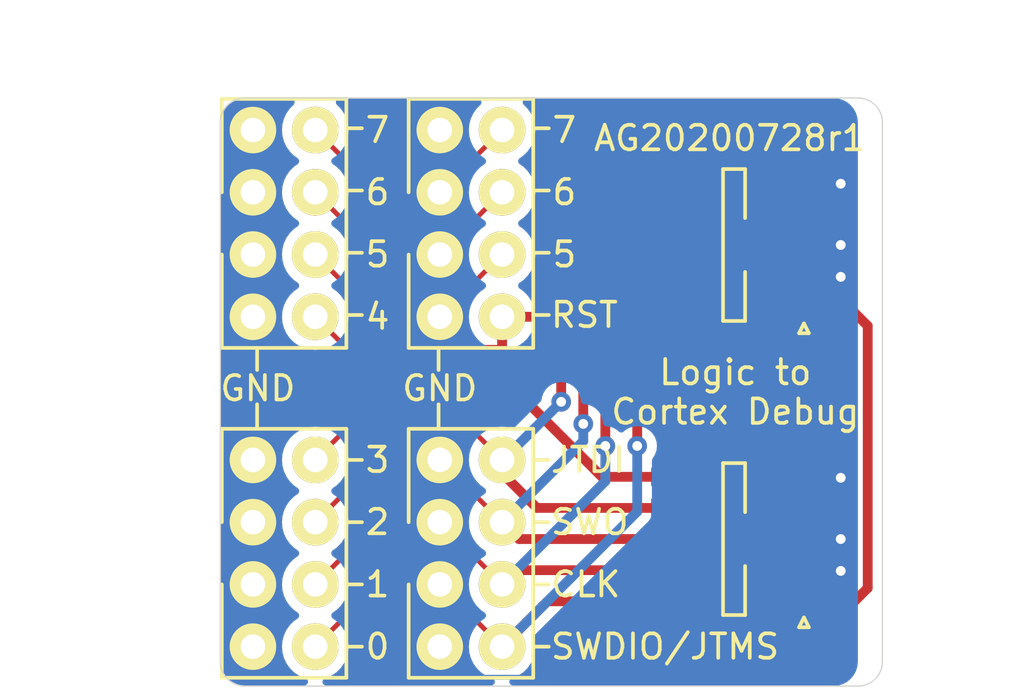
<source format=kicad_pcb>
(kicad_pcb (version 20221018) (generator pcbnew)
  (layers (0 "F.Cu" signal) (31 "B.Cu" signal) (34 "B.Paste" user) (35 "F.Paste" user) (36 "B.SilkS" user "B.Silkscreen") (37 "F.SilkS" user "F.Silkscreen") (38 "B.Mask" user) (39 "F.Mask" user) (44 "Edge.Cuts" user))
  (net 0 "")
  (net 1 "GND")
  (net 2 "/SWDIO")
  (net 3 "/SWCLK")
  (net 4 "/SWO")
  (net 5 "/JTDI")
  (net 6 "/CH7")
  (net 7 "/CH6")
  (net 8 "/CH5")
  (net 9 "/~{RESET}")
  (net 10 "3v3")
  (footprint "agg:DIL-254P-08" (layer "F.Cu") (at 101.6 76.581 -90)
    (fp_text reference "J1")
    (fp_text value "SALEAE_0-3")
    (fp_line (start -5.08 -2.54) (end 5.08 -2.54) (stroke (width 0.15)) (layer "F.SilkS"))
    (fp_line (start -5.08 2.54) (end -5.08 -2.54) (stroke (width 0.15)) (layer "F.SilkS"))
    (fp_line (start -1.27 2.54) (end -5.08 2.54) (stroke (width 0.15)) (layer "F.SilkS"))
    (fp_line (start 5.08 -2.54) (end 5.08 2.54) (stroke (width 0.15)) (layer "F.SilkS"))
    (fp_line (start 5.08 2.54) (end 1.27 2.54) (stroke (width 0.15)) (layer "F.SilkS"))
    (pad "1" thru_hole circle (at -3.81 1.27 270) (size 1.9 1.9) (drill 1) (layers "*.Cu" "*.Mask" "F.SilkS") (net 1 "GND"))
    (pad "2" thru_hole circle (at -3.81 -1.27 270) (size 1.9 1.9) (drill 1) (layers "*.Cu" "*.Mask" "F.SilkS") (net 5 "/JTDI"))
    (pad "3" thru_hole circle (at -1.27 1.27 270) (size 1.9 1.9) (drill 1) (layers "*.Cu" "*.Mask" "F.SilkS") (net 1 "GND"))
    (pad "4" thru_hole circle (at -1.27 -1.27 270) (size 1.9 1.9) (drill 1) (layers "*.Cu" "*.Mask" "F.SilkS") (net 4 "/SWO"))
    (pad "5" thru_hole circle (at 1.27 1.27 270) (size 1.9 1.9) (drill 1) (layers "*.Cu" "*.Mask" "F.SilkS") (net 1 "GND"))
    (pad "6" thru_hole circle (at 1.27 -1.27 270) (size 1.9 1.9) (drill 1) (layers "*.Cu" "*.Mask" "F.SilkS") (net 3 "/SWCLK"))
    (pad "7" thru_hole circle (at 3.81 1.27 270) (size 1.9 1.9) (drill 1) (layers "*.Cu" "*.Mask" "F.SilkS") (net 1 "GND"))
    (pad "8" thru_hole circle (at 3.81 -1.27 270) (size 1.9 1.9) (drill 1) (layers "*.Cu" "*.Mask" "F.SilkS") (net 2 "/SWDIO"))
  )
  (footprint "agg:DIL-254P-08" (layer "F.Cu") (at 109.22 76.581 -90)
    (fp_text reference "J2")
    (fp_text value "SALEAE_0-3")
    (fp_line (start -5.08 -2.54) (end 5.08 -2.54) (stroke (width 0.15)) (layer "F.SilkS"))
    (fp_line (start -5.08 2.54) (end -5.08 -2.54) (stroke (width 0.15)) (layer "F.SilkS"))
    (fp_line (start -1.27 2.54) (end -5.08 2.54) (stroke (width 0.15)) (layer "F.SilkS"))
    (fp_line (start 5.08 -2.54) (end 5.08 2.54) (stroke (width 0.15)) (layer "F.SilkS"))
    (fp_line (start 5.08 2.54) (end 1.27 2.54) (stroke (width 0.15)) (layer "F.SilkS"))
    (pad "1" thru_hole circle (at -3.81 1.27 270) (size 1.9 1.9) (drill 1) (layers "*.Cu" "*.Mask" "F.SilkS") (net 1 "GND"))
    (pad "2" thru_hole circle (at -3.81 -1.27 270) (size 1.9 1.9) (drill 1) (layers "*.Cu" "*.Mask" "F.SilkS") (net 5 "/JTDI"))
    (pad "3" thru_hole circle (at -1.27 1.27 270) (size 1.9 1.9) (drill 1) (layers "*.Cu" "*.Mask" "F.SilkS") (net 1 "GND"))
    (pad "4" thru_hole circle (at -1.27 -1.27 270) (size 1.9 1.9) (drill 1) (layers "*.Cu" "*.Mask" "F.SilkS") (net 4 "/SWO"))
    (pad "5" thru_hole circle (at 1.27 1.27 270) (size 1.9 1.9) (drill 1) (layers "*.Cu" "*.Mask" "F.SilkS") (net 1 "GND"))
    (pad "6" thru_hole circle (at 1.27 -1.27 270) (size 1.9 1.9) (drill 1) (layers "*.Cu" "*.Mask" "F.SilkS") (net 3 "/SWCLK"))
    (pad "7" thru_hole circle (at 3.81 1.27 270) (size 1.9 1.9) (drill 1) (layers "*.Cu" "*.Mask" "F.SilkS") (net 1 "GND"))
    (pad "8" thru_hole circle (at 3.81 -1.27 270) (size 1.9 1.9) (drill 1) (layers "*.Cu" "*.Mask" "F.SilkS") (net 2 "/SWDIO"))
  )
  (footprint "agg:DIL-254P-08" (layer "F.Cu") (at 101.6 63.119 -90)
    (fp_text reference "J5")
    (fp_text value "SALEAE_4-7")
    (fp_line (start -5.08 -2.54) (end 5.08 -2.54) (stroke (width 0.15)) (layer "F.SilkS"))
    (fp_line (start -5.08 2.54) (end -5.08 -2.54) (stroke (width 0.15)) (layer "F.SilkS"))
    (fp_line (start -1.27 2.54) (end -5.08 2.54) (stroke (width 0.15)) (layer "F.SilkS"))
    (fp_line (start 5.08 -2.54) (end 5.08 2.54) (stroke (width 0.15)) (layer "F.SilkS"))
    (fp_line (start 5.08 2.54) (end 1.27 2.54) (stroke (width 0.15)) (layer "F.SilkS"))
    (pad "1" thru_hole circle (at -3.81 1.27 270) (size 1.9 1.9) (drill 1) (layers "*.Cu" "*.Mask" "F.SilkS") (net 1 "GND"))
    (pad "2" thru_hole circle (at -3.81 -1.27 270) (size 1.9 1.9) (drill 1) (layers "*.Cu" "*.Mask" "F.SilkS") (net 6 "/CH7"))
    (pad "3" thru_hole circle (at -1.27 1.27 270) (size 1.9 1.9) (drill 1) (layers "*.Cu" "*.Mask" "F.SilkS") (net 1 "GND"))
    (pad "4" thru_hole circle (at -1.27 -1.27 270) (size 1.9 1.9) (drill 1) (layers "*.Cu" "*.Mask" "F.SilkS") (net 7 "/CH6"))
    (pad "5" thru_hole circle (at 1.27 1.27 270) (size 1.9 1.9) (drill 1) (layers "*.Cu" "*.Mask" "F.SilkS") (net 1 "GND"))
    (pad "6" thru_hole circle (at 1.27 -1.27 270) (size 1.9 1.9) (drill 1) (layers "*.Cu" "*.Mask" "F.SilkS") (net 8 "/CH5"))
    (pad "7" thru_hole circle (at 3.81 1.27 270) (size 1.9 1.9) (drill 1) (layers "*.Cu" "*.Mask" "F.SilkS") (net 1 "GND"))
    (pad "8" thru_hole circle (at 3.81 -1.27 270) (size 1.9 1.9) (drill 1) (layers "*.Cu" "*.Mask" "F.SilkS") (net 9 "/~{RESET}"))
  )
  (footprint "agg:DIL-254P-08" (layer "F.Cu") (at 109.22 63.119 -90)
    (fp_text reference "J6")
    (fp_text value "SALEAE_4-7")
    (fp_line (start -5.08 -2.54) (end 5.08 -2.54) (stroke (width 0.15)) (layer "F.SilkS"))
    (fp_line (start -5.08 2.54) (end -5.08 -2.54) (stroke (width 0.15)) (layer "F.SilkS"))
    (fp_line (start -1.27 2.54) (end -5.08 2.54) (stroke (width 0.15)) (layer "F.SilkS"))
    (fp_line (start 5.08 -2.54) (end 5.08 2.54) (stroke (width 0.15)) (layer "F.SilkS"))
    (fp_line (start 5.08 2.54) (end 1.27 2.54) (stroke (width 0.15)) (layer "F.SilkS"))
    (pad "1" thru_hole circle (at -3.81 1.27 270) (size 1.9 1.9) (drill 1) (layers "*.Cu" "*.Mask" "F.SilkS") (net 1 "GND"))
    (pad "2" thru_hole circle (at -3.81 -1.27 270) (size 1.9 1.9) (drill 1) (layers "*.Cu" "*.Mask" "F.SilkS") (net 6 "/CH7"))
    (pad "3" thru_hole circle (at -1.27 1.27 270) (size 1.9 1.9) (drill 1) (layers "*.Cu" "*.Mask" "F.SilkS") (net 1 "GND"))
    (pad "4" thru_hole circle (at -1.27 -1.27 270) (size 1.9 1.9) (drill 1) (layers "*.Cu" "*.Mask" "F.SilkS") (net 7 "/CH6"))
    (pad "5" thru_hole circle (at 1.27 1.27 270) (size 1.9 1.9) (drill 1) (layers "*.Cu" "*.Mask" "F.SilkS") (net 1 "GND"))
    (pad "6" thru_hole circle (at 1.27 -1.27 270) (size 1.9 1.9) (drill 1) (layers "*.Cu" "*.Mask" "F.SilkS") (net 8 "/CH5"))
    (pad "7" thru_hole circle (at 3.81 1.27 270) (size 1.9 1.9) (drill 1) (layers "*.Cu" "*.Mask" "F.SilkS") (net 1 "GND"))
    (pad "8" thru_hole circle (at 3.81 -1.27 270) (size 1.9 1.9) (drill 1) (layers "*.Cu" "*.Mask" "F.SilkS") (net 9 "/~{RESET}"))
  )
  (footprint "agg:FTSH-105-01-L-DV-K" (layer "F.Cu") (at 120 76 90)
    (fp_text reference "P1")
    (fp_text value "SWD")
    (fp_line (start -3.1 -0.5) (end -3.1 0.4) (stroke (width 0.15)) (layer "F.SilkS"))
    (fp_line (start -3.1 -0.5) (end 3.1 -0.5) (stroke (width 0.15)) (layer "F.SilkS"))
    (fp_line (start -3.1 0.4) (end -1.1 0.4) (stroke (width 0.15)) (layer "F.SilkS"))
    (fp_line (start 3.1 -0.5) (end 3.1 0.4) (stroke (width 0.15)) (layer "F.SilkS"))
    (fp_line (start 3.1 0.4) (end 1.1 0.4) (stroke (width 0.15)) (layer "F.SilkS"))
    (pad "1" smd rect (at -2.54 2.035 90) (size 0.74 2.79) (layers "F.Cu" "F.Paste" "F.Mask") (net 10 "3v3"))
    (pad "2" smd rect (at -2.54 -2.035 90) (size 0.74 2.79) (layers "F.Cu" "F.Paste" "F.Mask") (net 2 "/SWDIO"))
    (pad "3" smd rect (at -1.27 2.035 90) (size 0.74 2.79) (layers "F.Cu" "F.Paste" "F.Mask") (net 1 "GND"))
    (pad "4" smd rect (at -1.27 -2.035 90) (size 0.74 2.79) (layers "F.Cu" "F.Paste" "F.Mask") (net 3 "/SWCLK"))
    (pad "5" smd rect (at 0 2.035 90) (size 0.74 2.79) (layers "F.Cu" "F.Paste" "F.Mask") (net 1 "GND"))
    (pad "6" smd rect (at 0 -2.035 90) (size 0.74 2.79) (layers "F.Cu" "F.Paste" "F.Mask") (net 4 "/SWO"))
    (pad "7" smd rect (at 1.27 2.035 90) (size 0.74 2.79) (layers "F.Cu" "F.Paste" "F.Mask"))
    (pad "8" smd rect (at 1.27 -2.035 90) (size 0.74 2.79) (layers "F.Cu" "F.Paste" "F.Mask") (net 5 "/JTDI"))
    (pad "9" smd rect (at 2.54 2.035 90) (size 0.74 2.79) (layers "F.Cu" "F.Paste" "F.Mask") (net 1 "GND"))
    (pad "10" smd rect (at 2.54 -2.035 90) (size 0.74 2.79) (layers "F.Cu" "F.Paste" "F.Mask") (net 9 "/~{RESET}"))
  )
  (footprint "agg:FTSH-105-01-L-DV-K" (layer "F.Cu") (at 120 64 90)
    (fp_text reference "P2")
    (fp_text value "SWD")
    (fp_line (start -3.1 -0.5) (end -3.1 0.4) (stroke (width 0.15)) (layer "F.SilkS"))
    (fp_line (start -3.1 -0.5) (end 3.1 -0.5) (stroke (width 0.15)) (layer "F.SilkS"))
    (fp_line (start -3.1 0.4) (end -1.1 0.4) (stroke (width 0.15)) (layer "F.SilkS"))
    (fp_line (start 3.1 -0.5) (end 3.1 0.4) (stroke (width 0.15)) (layer "F.SilkS"))
    (fp_line (start 3.1 0.4) (end 1.1 0.4) (stroke (width 0.15)) (layer "F.SilkS"))
    (pad "1" smd rect (at -2.54 2.035 90) (size 0.74 2.79) (layers "F.Cu" "F.Paste" "F.Mask") (net 10 "3v3"))
    (pad "2" smd rect (at -2.54 -2.035 90) (size 0.74 2.79) (layers "F.Cu" "F.Paste" "F.Mask") (net 2 "/SWDIO"))
    (pad "3" smd rect (at -1.27 2.035 90) (size 0.74 2.79) (layers "F.Cu" "F.Paste" "F.Mask") (net 1 "GND"))
    (pad "4" smd rect (at -1.27 -2.035 90) (size 0.74 2.79) (layers "F.Cu" "F.Paste" "F.Mask") (net 3 "/SWCLK"))
    (pad "5" smd rect (at 0 2.035 90) (size 0.74 2.79) (layers "F.Cu" "F.Paste" "F.Mask") (net 1 "GND"))
    (pad "6" smd rect (at 0 -2.035 90) (size 0.74 2.79) (layers "F.Cu" "F.Paste" "F.Mask") (net 4 "/SWO"))
    (pad "7" smd rect (at 1.27 2.035 90) (size 0.74 2.79) (layers "F.Cu" "F.Paste" "F.Mask"))
    (pad "8" smd rect (at 1.27 -2.035 90) (size 0.74 2.79) (layers "F.Cu" "F.Paste" "F.Mask") (net 5 "/JTDI"))
    (pad "9" smd rect (at 2.54 2.035 90) (size 0.74 2.79) (layers "F.Cu" "F.Paste" "F.Mask") (net 1 "GND"))
    (pad "10" smd rect (at 2.54 -2.035 90) (size 0.74 2.79) (layers "F.Cu" "F.Paste" "F.Mask") (net 9 "/~{RESET}"))
  )
  (gr_line (start 104.14 72.771) (end 104.775 72.771) (stroke (width 0.15)) (layer "F.SilkS"))
  (gr_line (start 104.775 75.311) (end 104.14 75.311) (stroke (width 0.15)) (layer "F.SilkS"))
  (gr_line (start 104.775 80.391) (end 104.14 80.391) (stroke (width 0.15)) (layer "F.SilkS"))
  (gr_line (start 104.14 77.851) (end 104.775 77.851) (stroke (width 0.15)) (layer "F.SilkS"))
  (gr_line (start 111.76 59.236) (end 112.395 59.236) (stroke (width 0.15)) (layer "F.SilkS"))
  (gr_line (start 112.395 75.311) (end 111.76 75.311) (stroke (width 0.15)) (layer "F.SilkS"))
  (gr_line (start 112.395 61.776) (end 111.76 61.776) (stroke (width 0.15)) (layer "F.SilkS"))
  (gr_line (start 112.395 80.391) (end 111.76 80.391) (stroke (width 0.15)) (layer "F.SilkS"))
  (gr_line (start 111.76 77.851) (end 112.395 77.851) (stroke (width 0.15)) (layer "F.SilkS"))
  (gr_line (start 112.395 66.856) (end 111.76 66.856) (stroke (width 0.15)) (layer "F.SilkS"))
  (gr_line (start 111.76 72.771) (end 112.395 72.771) (stroke (width 0.15)) (layer "F.SilkS"))
  (gr_line (start 111.76 64.316) (end 112.395 64.316) (stroke (width 0.15)) (layer "F.SilkS"))
  (gr_line (start 123 79.6) (end 122.8 79.2) (stroke (width 0.15)) (layer "F.SilkS"))
  (gr_line (start 122.6 67.6) (end 123 67.6) (stroke (width 0.15)) (layer "F.SilkS"))
  (gr_line (start 122.8 67.2) (end 122.6 67.6) (stroke (width 0.15)) (layer "F.SilkS"))
  (gr_line (start 123 67.6) (end 122.8 67.2) (stroke (width 0.15)) (layer "F.SilkS"))
  (gr_line (start 107.9 70.5) (end 107.9 71.5) (stroke (width 0.15)) (layer "F.SilkS"))
  (gr_line (start 104.14 59.236) (end 104.775 59.236) (stroke (width 0.15)) (layer "F.SilkS"))
  (gr_line (start 104.775 66.856) (end 104.14 66.856) (stroke (width 0.15)) (layer "F.SilkS"))
  (gr_line (start 122.8 79.2) (end 122.6 79.6) (stroke (width 0.15)) (layer "F.SilkS"))
  (gr_line (start 104.14 64.316) (end 104.775 64.316) (stroke (width 0.15)) (layer "F.SilkS"))
  (gr_line (start 100.5 69.1) (end 100.5 68.2) (stroke (width 0.15)) (layer "F.SilkS"))
  (gr_line (start 104.775 61.776) (end 104.14 61.776) (stroke (width 0.15)) (layer "F.SilkS"))
  (gr_line (start 100.5 70.5) (end 100.5 71.5) (stroke (width 0.15)) (layer "F.SilkS"))
  (gr_line (start 122.6 79.6) (end 123 79.6) (stroke (width 0.15)) (layer "F.SilkS"))
  (gr_line (start 107.9 69.1) (end 107.9 68.2) (stroke (width 0.15)) (layer "F.SilkS"))
  (gr_line (start 125 82) (end 100 82) (stroke (width 0.05)) (layer "Edge.Cuts"))
  (gr_arc (start 99 59) (mid 99.292893 58.292893) (end 100 58) (stroke (width 0.05)) (layer "Edge.Cuts"))
  (gr_arc (start 126 81) (mid 125.707107 81.707107) (end 125 82) (stroke (width 0.05)) (layer "Edge.Cuts"))
  (gr_arc (start 100 82) (mid 99.292893 81.707107) (end 99 81) (stroke (width 0.05)) (layer "Edge.Cuts"))
  (gr_line (start 126 59) (end 126 81) (stroke (width 0.05)) (layer "Edge.Cuts"))
  (gr_arc (start 125 58) (mid 125.707107 58.292893) (end 126 59) (stroke (width 0.05)) (layer "Edge.Cuts"))
  (gr_line (start 100 58) (end 125 58) (stroke (width 0.05)) (layer "Edge.Cuts"))
  (gr_line (start 99 81) (end 99 59) (stroke (width 0.05)) (layer "Edge.Cuts"))
  (gr_text "GND" (at 107.95 69.85) (layer "F.SilkS") (effects (font (size 1 1))))
  (gr_text "GND" (at 100.53 69.85) (layer "F.SilkS") (effects (font (size 1 1))))
  (gr_text "6" (at 113.03 61.849) (layer "F.SilkS") (effects (font (size 1 1))))
  (gr_text "7" (at 113.03 59.309) (layer "F.SilkS") (effects (font (size 1 1))))
  (gr_text "RST" (at 112.395 66.856) (layer "F.SilkS") (effects (font (size 1 1)) (justify left)))
  (gr_text "SWDIO/JTMS" (at 112.395 80.391) (layer "F.SilkS") (effects (font (size 1 1)) (justify left)))
  (gr_text "SWO" (at 112.395 75.311) (layer "F.SilkS") (effects (font (size 1 1)) (justify left)))
  (gr_text "5" (at 113.03 64.389) (layer "F.SilkS") (effects (font (size 1 1))))
  (gr_text "JTDI" (at 112.395 72.771) (layer "F.SilkS") (effects (font (size 1 1)) (justify left)))
  (gr_text "CLK" (at 112.395 77.851) (layer "F.SilkS") (effects (font (size 1 1)) (justify left)))
  (gr_text "2" (at 105.41 75.311) (layer "F.SilkS") (effects (font (size 1 1))))
  (gr_text "1" (at 105.41 77.851) (layer "F.SilkS") (effects (font (size 1 1))))
  (gr_text "0" (at 105.41 80.391) (layer "F.SilkS") (effects (font (size 1 1))))
  (gr_text "5" (at 105.41 64.389) (layer "F.SilkS") (effects (font (size 1 1))))
  (gr_text "Logic to\nCortex Debug" (at 120 70) (layer "F.SilkS") (effects (font (size 1 1))))
  (gr_text "4" (at 105.41 66.929) (layer "F.SilkS") (effects (font (size 1 1))))
  (gr_text "7" (at 105.41 59.309) (layer "F.SilkS") (effects (font (size 1 1))))
  (gr_text "3" (at 105.41 72.771) (layer "F.SilkS") (effects (font (size 1 1))))
  (gr_text "6" (at 105.41 61.849) (layer "F.SilkS") (effects (font (size 1 1))))
  (gr_text "AG20200728r1" (at 119.77 59.64) (layer "F.SilkS") (effects (font (size 1 1))))
  (segment (start 124.27 65.27) (end 124.3 65.3) (width 0.4) (layer "F.Cu") (net 1))
  (segment (start 122.035 76) (end 124.3 76) (width 0.4) (layer "F.Cu") (net 1))
  (segment (start 122.035 77.27) (end 124.27 77.27) (width 0.4) (layer "F.Cu") (net 1))
  (segment (start 124.26 73.46) (end 124.3 73.5) (width 0.4) (layer "F.Cu") (net 1))
  (segment (start 124.26 61.46) (end 124.3 61.5) (width 0.4) (layer "F.Cu") (net 1))
  (segment (start 124.27 77.27) (end 124.3 77.3) (width 0.4) (layer "F.Cu") (net 1))
  (segment (start 122.035 65.27) (end 124.27 65.27) (width 0.4) (layer "F.Cu") (net 1))
  (segment (start 122.035 64) (end 124.3 64) (width 0.4) (layer "F.Cu") (net 1))
  (segment (start 122.035 61.46) (end 124.26 61.46) (width 0.4) (layer "F.Cu") (net 1))
  (segment (start 122.035 73.46) (end 124.26 73.46) (width 0.4) (layer "F.Cu") (net 1))
  (via (at 124.3 64) (size 0.8) (drill 0.4) (layers "F.Cu" "B.Cu") (net 1))
  (via (at 124.3 61.5) (size 0.8) (drill 0.4) (layers "F.Cu" "B.Cu") (net 1))
  (via (at 124.3 77.3) (size 0.8) (drill 0.4) (layers "F.Cu" "B.Cu") (net 1))
  (via (at 124.3 76) (size 0.8) (drill 0.4) (layers "F.Cu" "B.Cu") (net 1))
  (via (at 124.3 73.5) (size 0.8) (drill 0.4) (layers "F.Cu" "B.Cu") (net 1))
  (via (at 124.3 65.3) (size 0.8) (drill 0.4) (layers "F.Cu" "B.Cu") (net 1))
  (segment (start 109.200001 81.641001) (end 111.558999 81.641001) (width 0.2) (layer "B.Cu") (net 1))
  (segment (start 107.95 80.391) (end 109.200001 81.641001) (width 0.2) (layer "B.Cu") (net 1))
  (segment (start 111.558999 81.641001) (end 112.1 81.1) (width 0.2) (layer "B.Cu") (net 1))
  (segment (start 116 67) (end 116.46 66.54) (width 0.4) (layer "F.Cu") (net 2))
  (segment (start 116.46 66.54) (end 117.965 66.54) (width 0.4) (layer "F.Cu") (net 2))
  (segment (start 117.965 78.54) (end 112.341 78.54) (width 0.4) (layer "F.Cu") (net 2))
  (segment (start 112.341 78.54) (end 110.49 80.391) (width 0.4) (layer "F.Cu") (net 2))
  (segment (start 102.87 80.391) (end 104.159999 79.101001) (width 0.2) (layer "F.Cu") (net 2))
  (segment (start 109.200001 79.101001) (end 110.49 80.391) (width 0.2) (layer "F.Cu") (net 2))
  (segment (start 104.159999 79.101001) (end 109.200001 79.101001) (width 0.2) (layer "F.Cu") (net 2))
  (segment (start 116 72.2) (end 116 67) (width 0.4) (layer "F.Cu") (net 2))
  (via (at 116 72.2) (size 0.8) (drill 0.4) (layers "F.Cu" "B.Cu") (net 2))
  (segment (start 116 74.881) (end 116 72.2) (width 0.4) (layer "B.Cu") (net 2))
  (segment (start 110.49 80.391) (end 116 74.881) (width 0.4) (layer "B.Cu") (net 2))
  (segment (start 109.200001 76.561001) (end 110.49 77.851) (width 0.2) (layer "F.Cu") (net 3))
  (segment (start 111.071 77.27) (end 110.49 77.851) (width 0.4) (layer "F.Cu") (net 3))
  (segment (start 104.159999 76.561001) (end 109.200001 76.561001) (width 0.2) (layer "F.Cu") (net 3))
  (segment (start 114.7 72.2) (end 114.7 66.5) (width 0.4) (layer "F.Cu") (net 3))
  (segment (start 115.93 65.27) (end 117.965 65.27) (width 0.4) (layer "F.Cu") (net 3))
  (segment (start 102.87 77.851) (end 104.159999 76.561001) (width 0.2) (layer "F.Cu") (net 3))
  (segment (start 117.965 77.27) (end 111.071 77.27) (width 0.4) (layer "F.Cu") (net 3))
  (segment (start 114.7 66.5) (end 115.93 65.27) (width 0.4) (layer "F.Cu") (net 3))
  (via (at 114.7 72.2) (size 0.8) (drill 0.4) (layers "F.Cu" "B.Cu") (net 3))
  (segment (start 114.7 73.641) (end 114.7 72.2) (width 0.4) (layer "B.Cu") (net 3))
  (segment (start 110.49 77.851) (end 114.7 73.641) (width 0.4) (layer "B.Cu") (net 3))
  (segment (start 119.8 64) (end 117.965 64) (width 0.4) (layer "F.Cu") (net 4))
  (segment (start 104.120001 74.060999) (end 109.239999 74.060999) (width 0.2) (layer "F.Cu") (net 4))
  (segment (start 119.7 76) (end 120 75.7) (width 0.4) (layer "F.Cu") (net 4))
  (segment (start 115.4 64) (end 117.965 64) (width 0.4) (layer "F.Cu") (net 4))
  (segment (start 102.87 75.311) (end 104.120001 74.060999) (width 0.2) (layer "F.Cu") (net 4))
  (segment (start 113.8 65.6) (end 115.4 64) (width 0.4) (layer "F.Cu") (net 4))
  (segment (start 109.239999 74.060999) (end 110.49 75.311) (width 0.2) (layer "F.Cu") (net 4))
  (segment (start 120 75.7) (end 120 64.2) (width 0.4) (layer "F.Cu") (net 4))
  (segment (start 120 64.2) (end 119.8 64) (width 0.4) (layer "F.Cu") (net 4))
  (segment (start 113.8 71.3) (end 113.8 65.6) (width 0.4) (layer "F.Cu") (net 4))
  (segment (start 117.965 76) (end 111.179 76) (width 0.4) (layer "F.Cu") (net 4))
  (segment (start 117.965 76) (end 119.7 76) (width 0.4) (layer "F.Cu") (net 4))
  (segment (start 111.179 76) (end 110.49 75.311) (width 0.4) (layer "F.Cu") (net 4))
  (via (at 113.8 71.3) (size 0.8) (drill 0.4) (layers "F.Cu" "B.Cu") (net 4))
  (segment (start 113.8 72.001) (end 113.8 71.3) (width 0.4) (layer "B.Cu") (net 4))
  (segment (start 110.49 75.311) (end 113.8 72.001) (width 0.4) (layer "B.Cu") (net 4))
  (segment (start 112.9 64.5) (end 114.67 62.73) (width 0.4) (layer "F.Cu") (net 5))
  (segment (start 117.965 74.73) (end 111.907002 74.73) (width 0.4) (layer "F.Cu") (net 5))
  (segment (start 111.907002 74.73) (end 110.49 73.312998) (width 0.4) (layer "F.Cu") (net 5))
  (segment (start 110.49 73.312998) (end 110.49 72.771) (width 0.4) (layer "F.Cu") (net 5))
  (segment (start 109.239999 71.520999) (end 110.49 72.771) (width 0.2) (layer "F.Cu") (net 5))
  (segment (start 102.87 72.771) (end 104.120001 71.520999) (width 0.2) (layer "F.Cu") (net 5))
  (segment (start 104.120001 71.520999) (end 109.239999 71.520999) (width 0.2) (layer "F.Cu") (net 5))
  (segment (start 114.67 62.73) (end 117.965 62.73) (width 0.4) (layer "F.Cu") (net 5))
  (segment (start 112.9 70.4) (end 112.9 64.5) (width 0.4) (layer "F.Cu") (net 5))
  (via (at 112.9 70.4) (size 0.8) (drill 0.4) (layers "F.Cu" "B.Cu") (net 5))
  (segment (start 110.529 72.771) (end 112.9 70.4) (width 0.4) (layer "B.Cu") (net 5))
  (segment (start 110.49 72.771) (end 110.529 72.771) (width 0.4) (layer "B.Cu") (net 5))
  (segment (start 104.120001 60.559001) (end 109.239999 60.559001) (width 0.2) (layer "F.Cu") (net 6))
  (segment (start 102.87 59.309) (end 104.120001 60.559001) (width 0.2) (layer "F.Cu") (net 6))
  (segment (start 109.239999 60.559001) (end 110.49 59.309) (width 0.2) (layer "F.Cu") (net 6))
  (segment (start 102.87 61.849) (end 104.120001 63.099001) (width 0.2) (layer "F.Cu") (net 7))
  (segment (start 104.120001 63.099001) (end 109.239999 63.099001) (width 0.2) (layer "F.Cu") (net 7))
  (segment (start 109.239999 63.099001) (end 110.49 61.849) (width 0.2) (layer "F.Cu") (net 7))
  (segment (start 109.239999 65.639001) (end 110.49 64.389) (width 0.2) (layer "F.Cu") (net 8))
  (segment (start 104.120001 65.639001) (end 109.239999 65.639001) (width 0.2) (layer "F.Cu") (net 8))
  (segment (start 102.87 64.389) (end 104.120001 65.639001) (width 0.2) (layer "F.Cu") (net 8))
  (segment (start 114.56 73.46) (end 110.49 69.39) (width 0.4) (layer "F.Cu") (net 9))
  (segment (start 113.64 61.46) (end 112.2 62.9) (width 0.4) (layer "F.Cu") (net 9))
  (segment (start 110.49 68.21) (end 110.49 66.929) (width 0.4) (layer "F.Cu") (net 9))
  (segment (start 117.965 73.46) (end 114.56 73.46) (width 0.4) (layer "F.Cu") (net 9))
  (segment (start 110.49 69.39) (end 110.49 68.21) (width 0.4) (layer "F.Cu") (net 9))
  (segment (start 112.2 62.9) (end 112.2 66.6) (width 0.4) (layer "F.Cu") (net 9))
  (segment (start 112.2 66.6) (end 111.871 66.929) (width 0.4) (layer "F.Cu") (net 9))
  (segment (start 117.965 61.46) (end 113.64 61.46) (width 0.4) (layer "F.Cu") (net 9))
  (segment (start 102.87 66.929) (end 104.120001 68.179001) (width 0.2) (layer "F.Cu") (net 9))
  (segment (start 104.120001 68.179001) (end 110.459001 68.179001) (width 0.2) (layer "F.Cu") (net 9))
  (segment (start 110.459001 68.179001) (end 110.49 68.21) (width 0.2) (layer "F.Cu") (net 9))
  (segment (start 111.871 66.929) (end 110.49 66.929) (width 0.4) (layer "F.Cu") (net 9))
  (segment (start 124.64 66.54) (end 122.035 66.54) (width 0.4) (layer "F.Cu") (net 10))
  (segment (start 125.4 78) (end 125.4 67.3) (width 0.4) (layer "F.Cu") (net 10))
  (segment (start 122.035 78.54) (end 124.86 78.54) (width 0.4) (layer "F.Cu") (net 10))
  (segment (start 125.4 67.3) (end 124.64 66.54) (width 0.4) (layer "F.Cu") (net 10))
  (segment (start 124.86 78.54) (end 125.4 78) (width 0.4) (layer "F.Cu") (net 10))
  (zone (net 1) (net_name "GND") (layer "B.Cu") (connect_pads yes (clearance 0.4)) (min_thickness 0.3) (fill yes (thermal_gap 0.4) (thermal_bridge_width 0.5) (smoothing fillet) (radius 1))
    (polygon (pts (xy 125 82) (xy 99 82) (xy 99 58) (xy 125 58)))
  )
)
</source>
